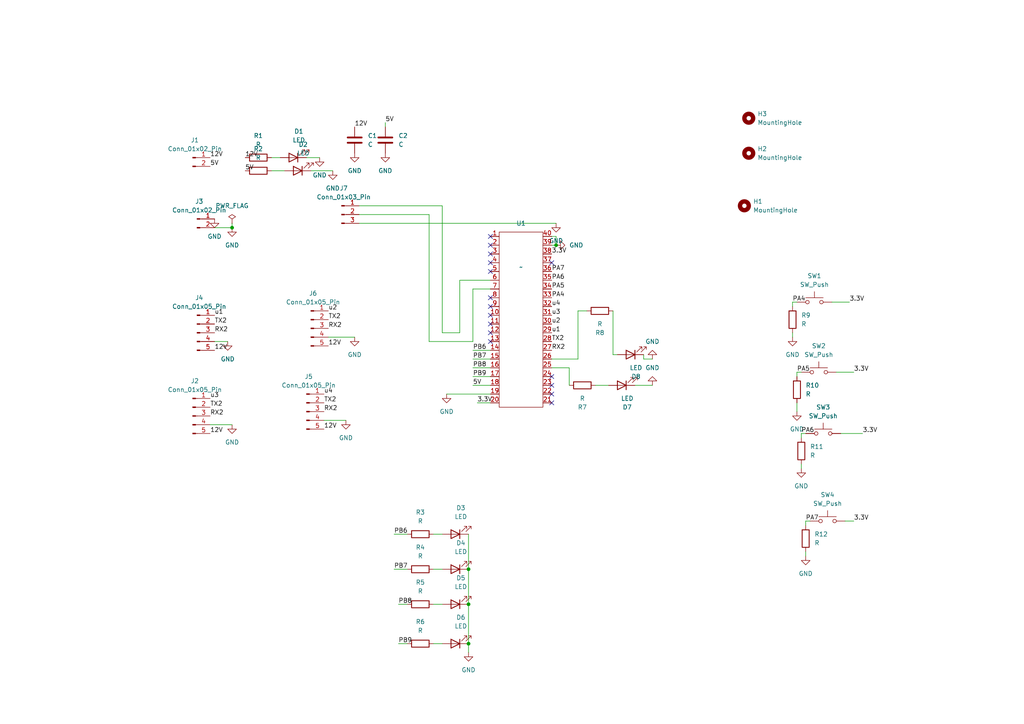
<source format=kicad_sch>
(kicad_sch (version 20230121) (generator eeschema)
  (paper "A4")
  (lib_symbols
    (symbol "Connector:Conn_01x02_Pin" (pin_names (offset 1.016) hide)
      (property "Reference" "J" (at 0 2.54 0))
      (property "Value" "Conn_01x02_Pin" (at 0 -5.08 0))
      (symbol "Conn_01x02_Pin_1_1"
        (polyline (pts (xy 1.27 -2.54) (xy 0.8636 -2.54)) (stroke (width 0.1524)))
        (polyline (pts (xy 1.27 0) (xy 0.8636 0)) (stroke (width 0.1524)))
        (rectangle (start 0.8636 -2.413) (end 0 -2.667) (stroke (width 0.1524)) (fill (type outline)))
        (rectangle (start 0.8636 0.127) (end 0 -0.127) (stroke (width 0.1524)) (fill (type outline)))
        (pin passive line (at 5.08 0 180) (length 3.81) (name "Pin_1") (number "1"))
        (pin passive line (at 5.08 -2.54 180) (length 3.81) (name "Pin_2") (number "2"))
      )
    )
    (symbol "Connector:Conn_01x03_Pin" (pin_names (offset 1.016) hide)
      (property "Reference" "J" (at 0 5.08 0))
      (property "Value" "Conn_01x03_Pin" (at 0 -5.08 0))
      (symbol "Conn_01x03_Pin_1_1"
        (polyline (pts (xy 1.27 -2.54) (xy 0.8636 -2.54)) (stroke (width 0.1524)))
        (polyline (pts (xy 1.27 0) (xy 0.8636 0)) (stroke (width 0.1524)))
        (polyline (pts (xy 1.27 2.54) (xy 0.8636 2.54)) (stroke (width 0.1524)))
        (rectangle (start 0.8636 -2.413) (end 0 -2.667) (stroke (width 0.1524)) (fill (type outline)))
        (rectangle (start 0.8636 0.127) (end 0 -0.127) (stroke (width 0.1524)) (fill (type outline)))
        (rectangle (start 0.8636 2.667) (end 0 2.413) (stroke (width 0.1524)) (fill (type outline)))
        (pin passive line (at 5.08 2.54 180) (length 3.81) (name "Pin_1") (number "1"))
        (pin passive line (at 5.08 0 180) (length 3.81) (name "Pin_2") (number "2"))
        (pin passive line (at 5.08 -2.54 180) (length 3.81) (name "Pin_3") (number "3"))
      )
    )
    (symbol "Connector:Conn_01x05_Pin" (pin_names (offset 1.016) hide)
      (property "Reference" "J" (at 0 7.62 0))
      (property "Value" "Conn_01x05_Pin" (at 0 -7.62 0))
      (symbol "Conn_01x05_Pin_1_1"
        (polyline (pts (xy 1.27 -5.08) (xy 0.8636 -5.08)) (stroke (width 0.1524)))
        (polyline (pts (xy 1.27 -2.54) (xy 0.8636 -2.54)) (stroke (width 0.1524)))
        (polyline (pts (xy 1.27 0) (xy 0.8636 0)) (stroke (width 0.1524)))
        (polyline (pts (xy 1.27 2.54) (xy 0.8636 2.54)) (stroke (width 0.1524)))
        (polyline (pts (xy 1.27 5.08) (xy 0.8636 5.08)) (stroke (width 0.1524)))
        (rectangle (start 0.8636 -4.953) (end 0 -5.207) (stroke (width 0.1524)) (fill (type outline)))
        (rectangle (start 0.8636 -2.413) (end 0 -2.667) (stroke (width 0.1524)) (fill (type outline)))
        (rectangle (start 0.8636 0.127) (end 0 -0.127) (stroke (width 0.1524)) (fill (type outline)))
        (rectangle (start 0.8636 2.667) (end 0 2.413) (stroke (width 0.1524)) (fill (type outline)))
        (rectangle (start 0.8636 5.207) (end 0 4.953) (stroke (width 0.1524)) (fill (type outline)))
        (pin passive line (at 5.08 5.08 180) (length 3.81) (name "Pin_1") (number "1"))
        (pin passive line (at 5.08 2.54 180) (length 3.81) (name "Pin_2") (number "2"))
        (pin passive line (at 5.08 0 180) (length 3.81) (name "Pin_3") (number "3"))
        (pin passive line (at 5.08 -2.54 180) (length 3.81) (name "Pin_4") (number "4"))
        (pin passive line (at 5.08 -5.08 180) (length 3.81) (name "Pin_5") (number "5"))
      )
    )
    (symbol "Device:C" (pin_numbers hide) (pin_names (offset 0.254))
      (property "Reference" "C" (at 0.635 2.54 0))
      (property "Value" "C" (at 0.635 -2.54 0))
      (symbol "C_0_1"
        (polyline (pts (xy -2.032 -0.762) (xy 2.032 -0.762)) (stroke (width 0.508)))
        (polyline (pts (xy -2.032 0.762) (xy 2.032 0.762)) (stroke (width 0.508)))
      )
      (symbol "C_1_1"
        (pin passive line (at 0 3.81 270) (length 2.794) (name "~") (number "1"))
        (pin passive line (at 0 -3.81 90) (length 2.794) (name "~") (number "2"))
      )
    )
    (symbol "Device:LED" (pin_numbers hide) (pin_names (offset 1.016) hide)
      (property "Reference" "D" (at 0 2.54 0))
      (property "Value" "LED" (at 0 -2.54 0))
      (symbol "LED_0_1"
        (polyline (pts (xy -1.27 -1.27) (xy -1.27 1.27)) (stroke (width 0.254)))
        (polyline (pts (xy -1.27 0) (xy 1.27 0)))
        (polyline (pts (xy 1.27 -1.27) (xy 1.27 1.27) (xy -1.27 0) (xy 1.27 -1.27)) (stroke (width 0.254)))
        (polyline (pts (xy -3.048 -0.762) (xy -4.572 -2.286) (xy -3.81 -2.286) (xy -4.572 -2.286) (xy -4.572 -1.524)))
        (polyline (pts (xy -1.778 -0.762) (xy -3.302 -2.286) (xy -2.54 -2.286) (xy -3.302 -2.286) (xy -3.302 -1.524)))
      )
      (symbol "LED_1_1"
        (pin passive line (at -3.81 0 0) (length 2.54) (name "K") (number "1"))
        (pin passive line (at 3.81 0 180) (length 2.54) (name "A") (number "2"))
      )
    )
    (symbol "Device:R" (pin_numbers hide) (pin_names (offset 0))
      (property "Reference" "R" (at 2.032 0 90))
      (property "Value" "R" (at 0 0 90))
      (symbol "R_0_1"
        (rectangle (start -1.016 -2.54) (end 1.016 2.54) (stroke (width 0.254)))
      )
      (symbol "R_1_1"
        (pin passive line (at 0 3.81 270) (length 1.27) (name "~") (number "1"))
        (pin passive line (at 0 -3.81 90) (length 1.27) (name "~") (number "2"))
      )
    )
    (symbol "Mechanical:MountingHole" (pin_names (offset 1.016))
      (property "Reference" "H" (at 0 5.08 0))
      (property "Value" "MountingHole" (at 0 3.175 0))
      (symbol "MountingHole_0_1"
        (circle (center 0 0) (radius 1.27) (stroke (width 1.27)))
      )
    )
    (symbol "Switch:SW_Push" (pin_numbers hide) (pin_names (offset 1.016) hide)
      (property "Reference" "SW" (at 1.27 2.54 0))
      (property "Value" "SW_Push" (at 0 -1.524 0))
      (symbol "SW_Push_0_1"
        (circle (center -2.032 0) (radius 0.508))
        (polyline (pts (xy 0 1.27) (xy 0 3.048)))
        (polyline (pts (xy 2.54 1.27) (xy -2.54 1.27)))
        (circle (center 2.032 0) (radius 0.508))
        (pin passive line (at -5.08 0 0) (length 2.54) (name "1") (number "1"))
        (pin passive line (at 5.08 0 180) (length 2.54) (name "2") (number "2"))
      )
    )
    (symbol "bluepill:U"
      (property "Reference" "U" (at 0 10.16 0))
      (symbol "U_0_1"
        (rectangle (start -6.35 10.16) (end 6.35 -40.64))
      )
      (symbol "U_1_1"
        (pin input line (at -8.89 8.89 0) (length 2.54) (name "") (number "1"))
        (pin input line (at -8.89 -13.97 0) (length 2.54) (name "") (number "10"))
        (pin input line (at -8.89 -16.51 0) (length 2.54) (name "") (number "11"))
        (pin input line (at -8.89 -19.05 0) (length 2.54) (name "") (number "12"))
        (pin input line (at -8.89 -21.59 0) (length 2.54) (name "") (number "13"))
        (pin input line (at -8.89 -24.13 0) (length 2.54) (name "") (number "14"))
        (pin input line (at -8.89 -26.67 0) (length 2.54) (name "") (number "15"))
        (pin input line (at -8.89 -29.21 0) (length 2.54) (name "") (number "16"))
        (pin input line (at -8.89 -31.75 0) (length 2.54) (name "") (number "17"))
        (pin input line (at -8.89 -34.29 0) (length 2.54) (name "") (number "18"))
        (pin input line (at -8.89 -36.83 0) (length 2.54) (name "") (number "19"))
        (pin input line (at -8.89 6.35 0) (length 2.54) (name "") (number "2"))
        (pin input line (at -8.89 -39.37 0) (length 2.54) (name "") (number "20"))
        (pin input line (at 8.89 -39.37 180) (length 2.54) (name "") (number "21"))
        (pin input line (at 8.89 -36.83 180) (length 2.54) (name "") (number "22"))
        (pin input line (at 8.89 -34.29 180) (length 2.54) (name "") (number "23"))
        (pin input line (at 8.89 -31.75 180) (length 2.54) (name "") (number "24"))
        (pin input line (at 8.89 -29.21 180) (length 2.54) (name "") (number "25"))
        (pin input line (at 8.89 -26.67 180) (length 2.54) (name "") (number "26"))
        (pin input line (at 8.89 -24.13 180) (length 2.54) (name "") (number "27"))
        (pin input line (at 8.89 -21.59 180) (length 2.54) (name "") (number "28"))
        (pin input line (at 8.89 -19.05 180) (length 2.54) (name "") (number "29"))
        (pin input line (at -8.89 3.81 0) (length 2.54) (name "") (number "3"))
        (pin input line (at 8.89 -16.51 180) (length 2.54) (name "") (number "30"))
        (pin input line (at 8.89 -13.97 180) (length 2.54) (name "") (number "31"))
        (pin input line (at 8.89 -11.43 180) (length 2.54) (name "") (number "32"))
        (pin input line (at 8.89 -8.89 180) (length 2.54) (name "") (number "33"))
        (pin input line (at 8.89 -6.35 180) (length 2.54) (name "") (number "34"))
        (pin input line (at 8.89 -3.81 180) (length 2.54) (name "") (number "35"))
        (pin input line (at 8.89 -1.27 180) (length 2.54) (name "") (number "36"))
        (pin input line (at 8.89 1.27 180) (length 2.54) (name "") (number "37"))
        (pin input line (at 8.89 3.81 180) (length 2.54) (name "") (number "38"))
        (pin input line (at 8.89 6.35 180) (length 2.54) (name "") (number "39"))
        (pin input line (at -8.89 1.27 0) (length 2.54) (name "") (number "4"))
        (pin input line (at 8.89 8.89 180) (length 2.54) (name "") (number "40"))
        (pin input line (at -8.89 -1.27 0) (length 2.54) (name "") (number "5"))
        (pin input line (at -8.89 -3.81 0) (length 2.54) (name "") (number "6"))
        (pin input line (at -8.89 -6.35 0) (length 2.54) (name "") (number "7"))
        (pin input line (at -8.89 -8.89 0) (length 2.54) (name "") (number "8"))
        (pin input line (at -8.89 -11.43 0) (length 2.54) (name "") (number "9"))
      )
    )
    (symbol "power:GND" (power) (pin_names (offset 0))
      (property "Value" "GND" (at 0 -3.81 0))
      (symbol "GND_0_1"
        (polyline (pts (xy 0 0) (xy 0 -1.27) (xy 1.27 -1.27) (xy 0 -2.54) (xy -1.27 -1.27) (xy 0 -1.27)))
      )
      (symbol "GND_1_1"
        (pin power_in line (at 0 0 270) (length 0) hide (name "GND") (number "1"))
      )
    )
    (symbol "power:PWR_FLAG" (power) (pin_numbers hide) (pin_names (offset 0) hide)
      (property "Value" "PWR_FLAG" (at 0 3.81 0))
      (symbol "PWR_FLAG_0_0"
        (pin power_out line (at 0 0 90) (length 0) (name "pwr") (number "1"))
      )
      (symbol "PWR_FLAG_0_1"
        (polyline (pts (xy 0 0) (xy 0 1.27) (xy -1.016 1.905) (xy 0 2.54) (xy 1.016 1.905) (xy 0 1.27)))
      )
    )
  )
  (junction (at 67.31 66.04))
  (junction (at 161.29 71.12))
  (junction (at 135.89 175.26))
  (junction (at 135.89 165.1))
  (junction (at 135.89 186.69))
  (no_connect (at 142.24 73.66))
  (no_connect (at 160.02 111.76))
  (no_connect (at 142.24 68.58))
  (no_connect (at 142.24 78.74))
  (no_connect (at 160.02 116.84))
  (no_connect (at 160.02 114.3))
  (no_connect (at 142.24 71.12))
  (no_connect (at 142.24 93.98))
  (no_connect (at 160.02 76.2))
  (no_connect (at 142.24 99.06))
  (no_connect (at 142.24 91.44))
  (no_connect (at 142.24 96.52))
  (no_connect (at 142.24 76.2))
  (no_connect (at 142.24 86.36))
  (no_connect (at 142.24 88.9))
  (no_connect (at 160.02 109.22))
  (wire (pts (xy 135.89 189.23) (xy 135.89 186.69)))
  (wire (pts (xy 102.87 97.79) (xy 95.25 97.79)))
  (wire (pts (xy 167.64 104.14) (xy 160.02 104.14)))
  (wire (pts (xy 246.38 87.63) (xy 241.3 87.63)))
  (wire (pts (xy 177.8 90.17) (xy 177.8 102.87)))
  (wire (pts (xy 114.3 154.94) (xy 118.11 154.94)))
  (wire (pts (xy 135.89 165.1) (xy 135.89 175.26)))
  (wire (pts (xy 82.55 49.53) (xy 78.74 49.53)))
  (wire (pts (xy 67.31 64.77) (xy 67.31 66.04)))
  (wire (pts (xy 125.73 154.94) (xy 128.27 154.94)))
  (wire (pts (xy 135.89 175.26) (xy 135.89 186.69)))
  (wire (pts (xy 233.68 161.29) (xy 233.68 160.02)))
  (wire (pts (xy 129.54 114.3) (xy 142.24 114.3)))
  (wire (pts (xy 234.95 151.13) (xy 233.68 151.13)))
  (wire (pts (xy 177.8 102.87) (xy 179.07 102.87)))
  (wire (pts (xy 128.27 59.69) (xy 128.27 96.52)))
  (wire (pts (xy 233.68 125.73) (xy 232.41 125.73)))
  (wire (pts (xy 137.16 106.68) (xy 142.24 106.68)))
  (wire (pts (xy 133.35 81.28) (xy 142.24 81.28)))
  (wire (pts (xy 128.27 96.52) (xy 133.35 96.52)))
  (wire (pts (xy 231.14 87.63) (xy 229.87 87.63)))
  (wire (pts (xy 167.64 90.17) (xy 167.64 104.14)))
  (wire (pts (xy 186.69 104.14) (xy 186.69 102.87)))
  (wire (pts (xy 124.46 99.06) (xy 137.16 99.06)))
  (wire (pts (xy 111.76 35.56) (xy 111.76 36.83)))
  (wire (pts (xy 137.16 101.6) (xy 142.24 101.6)))
  (wire (pts (xy 135.89 154.94) (xy 135.89 165.1)))
  (wire (pts (xy 165.1 111.76) (xy 165.1 106.68)))
  (wire (pts (xy 176.53 111.76) (xy 172.72 111.76)))
  (wire (pts (xy 125.73 175.26) (xy 128.27 175.26)))
  (wire (pts (xy 100.33 121.92) (xy 93.98 121.92)))
  (wire (pts (xy 133.35 96.52) (xy 133.35 81.28)))
  (wire (pts (xy 67.31 123.19) (xy 60.96 123.19)))
  (wire (pts (xy 137.16 83.82) (xy 142.24 83.82)))
  (wire (pts (xy 229.87 97.79) (xy 229.87 96.52)))
  (wire (pts (xy 160.02 71.12) (xy 161.29 71.12)))
  (wire (pts (xy 137.16 109.22) (xy 142.24 109.22)))
  (wire (pts (xy 104.14 64.77) (xy 161.29 64.77)))
  (wire (pts (xy 232.41 135.89) (xy 232.41 134.62)))
  (wire (pts (xy 81.28 45.72) (xy 78.74 45.72)))
  (wire (pts (xy 233.68 151.13) (xy 233.68 152.4)))
  (wire (pts (xy 114.3 165.1) (xy 118.11 165.1)))
  (wire (pts (xy 247.65 107.95) (xy 242.57 107.95)))
  (wire (pts (xy 92.71 45.72) (xy 88.9 45.72)))
  (wire (pts (xy 232.41 125.73) (xy 232.41 127)))
  (wire (pts (xy 137.16 104.14) (xy 142.24 104.14)))
  (wire (pts (xy 104.14 62.23) (xy 124.46 62.23)))
  (wire (pts (xy 104.14 59.69) (xy 128.27 59.69)))
  (wire (pts (xy 229.87 87.63) (xy 229.87 88.9)))
  (wire (pts (xy 137.16 99.06) (xy 137.16 83.82)))
  (wire (pts (xy 232.41 107.95) (xy 231.14 107.95)))
  (wire (pts (xy 186.69 104.14) (xy 189.23 104.14)))
  (wire (pts (xy 138.43 116.84) (xy 142.24 116.84)))
  (wire (pts (xy 161.29 71.12) (xy 161.29 68.58)))
  (wire (pts (xy 67.31 66.04) (xy 62.23 66.04)))
  (wire (pts (xy 189.23 111.76) (xy 184.15 111.76)))
  (wire (pts (xy 115.57 175.26) (xy 118.11 175.26)))
  (wire (pts (xy 161.29 68.58) (xy 160.02 68.58)))
  (wire (pts (xy 125.73 186.69) (xy 128.27 186.69)))
  (wire (pts (xy 124.46 62.23) (xy 124.46 99.06)))
  (wire (pts (xy 96.52 49.53) (xy 90.17 49.53)))
  (wire (pts (xy 125.73 165.1) (xy 128.27 165.1)))
  (wire (pts (xy 170.18 90.17) (xy 167.64 90.17)))
  (wire (pts (xy 137.16 111.76) (xy 142.24 111.76)))
  (wire (pts (xy 250.19 125.73) (xy 243.84 125.73)))
  (wire (pts (xy 115.57 186.69) (xy 118.11 186.69)))
  (wire (pts (xy 247.65 151.13) (xy 245.11 151.13)))
  (wire (pts (xy 66.04 99.06) (xy 62.23 99.06)))
  (wire (pts (xy 165.1 106.68) (xy 160.02 106.68)))
  (wire (pts (xy 231.14 107.95) (xy 231.14 109.22)))
  (wire (pts (xy 231.14 119.38) (xy 231.14 116.84)))
  (label "12V" (at 102.87 36.83 0))
  (label "5V" (at 137.16 111.76 0))
  (label "PB6" (at 114.3 154.94 0))
  (label "TX2" (at 62.23 93.98 0))
  (label "12V" (at 60.96 45.72 0))
  (label "RX2" (at 160.02 101.6 0))
  (label "u4" (at 160.02 88.9 0))
  (label "RX2" (at 93.98 119.38 0))
  (label "RX2" (at 95.25 95.25 0))
  (label "PA6" (at 160.02 81.28 0))
  (label "RX2" (at 62.23 96.52 0))
  (label "3.3V" (at 138.43 116.84 0))
  (label "12V" (at 71.12 45.72 0))
  (label "12V" (at 95.25 100.33 0))
  (label "u3" (at 60.96 115.57 0))
  (label "3.3V" (at 160.02 73.66 0))
  (label "u3" (at 160.02 91.44 0))
  (label "PB7" (at 114.3 165.1 0))
  (label "PA4" (at 229.87 87.63 0))
  (label "PA7" (at 233.68 151.13 0))
  (label "5V" (at 71.12 49.53 0))
  (label "3.3V" (at 247.65 151.13 0))
  (label "3.3V" (at 250.19 125.73 0))
  (label "5V" (at 60.96 48.26 0))
  (label "PB6" (at 137.16 101.6 0))
  (label "PA5" (at 160.02 83.82 0))
  (label "12V" (at 93.98 124.46 0))
  (label "TX2" (at 60.96 118.11 0))
  (label "TX2" (at 93.98 116.84 0))
  (label "3.3V" (at 246.38 87.63 0))
  (label "PA6" (at 232.41 125.73 0))
  (label "PB8" (at 115.57 175.26 0))
  (label "PA5" (at 231.14 107.95 0))
  (label "12V" (at 62.23 101.6 0))
  (label "TX2" (at 160.02 99.06 0))
  (label "3.3V" (at 247.65 107.95 0))
  (label "12V" (at 60.96 125.73 0))
  (label "PA4" (at 160.02 86.36 0))
  (label "u2" (at 95.25 90.17 0))
  (label "RX2" (at 60.96 120.65 0))
  (label "PA7" (at 160.02 78.74 0))
  (label "5V" (at 111.76 35.56 0))
  (label "u4" (at 93.98 114.3 0))
  (label "PB8" (at 137.16 106.68 0))
  (label "PB9" (at 137.16 109.22 0))
  (label "PB7" (at 137.16 104.14 0))
  (label "u2" (at 160.02 93.98 0))
  (label "TX2" (at 95.25 92.71 0))
  (label "u1" (at 62.23 91.44 0))
  (label "u1" (at 160.02 96.52 0))
  (label "PB9" (at 115.57 186.69 0))
  (symbol (lib_id "Switch:SW_Push") (at 238.76 125.73 0) (unit 1)
    (property "Reference" "SW3" (at 238.76 118.11 0))
    (property "Value" "SW_Push" (at 238.76 120.65 0))
    (property "Footprint" "MY_LIB:Push_Button" (effects hide))
  )
  (symbol (lib_id "Device:LED") (at 180.34 111.76 180) (unit 1)
    (property "Reference" "D7" (at 181.9275 118.11 0))
    (property "Value" "LED" (at 181.9275 115.57 0))
    (property "Footprint" "MY_LIB:LED_D3.0mm" (effects hide))
  )
  (symbol (lib_id "Connector:Conn_01x05_Pin") (at 55.88 120.65 0) (unit 1)
    (property "Reference" "J2" (at 56.515 110.49 0))
    (property "Value" "Conn_01x05_Pin" (at 56.515 113.03 0))
    (property "Footprint" "JST_1X05:jst_1x05" (effects hide))
  )
  (symbol (lib_id "bluepill:U") (at 151.13 77.47 0) (unit 1)
    (property "Reference" "U1" (at 151.13 64.77 0))
    (property "Value" "~" (at 151.13 77.47 0))
    (property "Footprint" "bluepill:bluepill" (effects hide))
  )
  (symbol (lib_id "Device:R") (at 74.93 49.53 90) (unit 1)
    (property "Reference" "R2" (at 74.93 43.18 90))
    (property "Value" "R" (at 74.93 45.72 90))
    (property "Footprint" "MY_LIB:Resistor_small" (effects hide))
  )
  (symbol (lib_id "power:GND") (at 92.71 45.72 0) (unit 1)
    (property "Reference" "#PWR0113" (effects hide))
    (property "Value" "GND" (at 92.71 50.8 0))
  )
  (symbol (lib_id "Mechanical:MountingHole") (at 217.17 34.29 0) (unit 1)
    (property "Reference" "H3" (at 219.71 33.02 0) (effects (justify left)))
    (property "Value" "MountingHole" (at 219.71 35.56 0) (effects (justify left)))
    (property "Footprint" "MountingHole:MountingHole_3mm" (effects hide))
  )
  (symbol (lib_id "power:GND") (at 67.31 66.04 0) (unit 1)
    (property "Reference" "#PWR0115" (effects hide))
    (property "Value" "GND" (at 67.31 71.12 0))
  )
  (symbol (lib_id "Device:R") (at 173.99 90.17 270) (unit 1)
    (property "Reference" "R8" (at 173.99 96.52 90))
    (property "Value" "R" (at 173.99 93.98 90))
    (property "Footprint" "MY_LIB:Resistor_small" (effects hide))
  )
  (symbol (lib_id "power:GND") (at 229.87 97.79 0) (unit 1)
    (property "Reference" "#PWR0105" (effects hide))
    (property "Value" "GND" (at 229.87 102.87 0))
  )
  (symbol (lib_id "Device:LED") (at 182.88 102.87 180) (unit 1)
    (property "Reference" "D8" (at 184.4675 109.22 0))
    (property "Value" "LED" (at 184.4675 106.68 0))
    (property "Footprint" "MY_LIB:LED_D3.0mm" (effects hide))
  )
  (symbol (lib_id "power:GND") (at 67.31 123.19 0) (unit 1)
    (property "Reference" "#PWR0117" (effects hide))
    (property "Value" "GND" (at 67.31 128.27 0))
  )
  (symbol (lib_id "power:GND") (at 135.89 189.23 0) (unit 1)
    (property "Reference" "#PWR0101" (effects hide))
    (property "Value" "GND" (at 135.89 194.31 0))
  )
  (symbol (lib_id "power:PWR_FLAG") (at 67.31 64.77 0) (unit 1)
    (property "Reference" "#FLG0101" (effects hide))
    (property "Value" "PWR_FLAG" (at 67.31 59.69 0))
  )
  (symbol (lib_id "power:GND") (at 96.52 49.53 0) (unit 1)
    (property "Reference" "#PWR0114" (effects hide))
    (property "Value" "GND" (at 96.52 54.61 0))
  )
  (symbol (lib_id "power:GND") (at 102.87 97.79 0) (unit 1)
    (property "Reference" "#PWR0119" (effects hide))
    (property "Value" "GND" (at 102.87 102.87 0))
  )
  (symbol (lib_id "Device:LED") (at 86.36 49.53 180) (unit 1)
    (property "Reference" "D2" (at 87.9475 41.91 0))
    (property "Value" "LED" (at 87.9475 44.45 0))
    (property "Footprint" "MY_LIB:LED_D3.0mm" (effects hide))
  )
  (symbol (lib_id "Device:R") (at 121.92 165.1 90) (unit 1)
    (property "Reference" "R4" (at 121.92 158.75 90))
    (property "Value" "R" (at 121.92 161.29 90))
    (property "Footprint" "MY_LIB:Resistor_small" (effects hide))
  )
  (symbol (lib_id "Switch:SW_Push") (at 240.03 151.13 0) (unit 1)
    (property "Reference" "SW4" (at 240.03 143.51 0))
    (property "Value" "SW_Push" (at 240.03 146.05 0))
    (property "Footprint" "MY_LIB:Push_Button" (effects hide))
  )
  (symbol (lib_id "Device:C") (at 102.87 40.64 0) (unit 1)
    (property "Reference" "C1" (at 106.68 39.37 0) (effects (justify left)))
    (property "Value" "C" (at 106.68 41.91 0) (effects (justify left)))
    (property "Footprint" "MY_LIB:Capacitor_10uF" (effects hide))
  )
  (symbol (lib_id "Device:LED") (at 132.08 154.94 180) (unit 1)
    (property "Reference" "D3" (at 133.6675 147.32 0))
    (property "Value" "LED" (at 133.6675 149.86 0))
    (property "Footprint" "MY_LIB:LED_D3.0mm" (effects hide))
  )
  (symbol (lib_id "Device:R") (at 121.92 175.26 90) (unit 1)
    (property "Reference" "R5" (at 121.92 168.91 90))
    (property "Value" "R" (at 121.92 171.45 90))
    (property "Footprint" "MY_LIB:Resistor_small" (effects hide))
  )
  (symbol (lib_id "Device:R") (at 229.87 92.71 0) (unit 1)
    (property "Reference" "R9" (at 232.41 91.44 0) (effects (justify left)))
    (property "Value" "R" (at 232.41 93.98 0) (effects (justify left)))
    (property "Footprint" "MY_LIB:Resistor_small" (effects hide))
  )
  (symbol (lib_id "power:GND") (at 102.87 44.45 0) (unit 1)
    (property "Reference" "#PWR0111" (effects hide))
    (property "Value" "GND" (at 102.87 49.53 0))
  )
  (symbol (lib_id "power:GND") (at 232.41 135.89 0) (unit 1)
    (property "Reference" "#PWR0104" (effects hide))
    (property "Value" "GND" (at 232.41 140.97 0))
  )
  (symbol (lib_id "Switch:SW_Push") (at 237.49 107.95 0) (unit 1)
    (property "Reference" "SW2" (at 237.49 100.33 0))
    (property "Value" "SW_Push" (at 237.49 102.87 0))
    (property "Footprint" "MY_LIB:Push_Button" (effects hide))
  )
  (symbol (lib_id "power:GND") (at 100.33 121.92 0) (unit 1)
    (property "Reference" "#PWR0118" (effects hide))
    (property "Value" "GND" (at 100.33 127 0))
  )
  (symbol (lib_id "power:GND") (at 189.23 111.76 180) (unit 1)
    (property "Reference" "#PWR0106" (effects hide))
    (property "Value" "GND" (at 189.23 106.68 0))
  )
  (symbol (lib_id "Connector:Conn_01x05_Pin") (at 57.15 96.52 0) (unit 1)
    (property "Reference" "J4" (at 57.785 86.36 0))
    (property "Value" "Conn_01x05_Pin" (at 57.785 88.9 0))
    (property "Footprint" "JST_1X05:jst_1x05" (effects hide))
  )
  (symbol (lib_id "Mechanical:MountingHole") (at 217.17 44.45 0) (unit 1)
    (property "Reference" "H2" (at 219.71 43.18 0) (effects (justify left)))
    (property "Value" "MountingHole" (at 219.71 45.72 0) (effects (justify left)))
    (property "Footprint" "MountingHole:MountingHole_3mm" (effects hide))
  )
  (symbol (lib_id "power:GND") (at 111.76 44.45 0) (unit 1)
    (property "Reference" "#PWR0110" (effects hide))
    (property "Value" "GND" (at 111.76 49.53 0))
  )
  (symbol (lib_id "Device:R") (at 121.92 154.94 90) (unit 1)
    (property "Reference" "R3" (at 121.92 148.59 90))
    (property "Value" "R" (at 121.92 151.13 90))
    (property "Footprint" "MY_LIB:Resistor_small" (effects hide))
  )
  (symbol (lib_id "Connector:Conn_01x02_Pin") (at 55.88 45.72 0) (unit 1)
    (property "Reference" "J1" (at 56.515 40.64 0))
    (property "Value" "Conn_01x02_Pin" (at 56.515 43.18 0))
    (property "Footprint" "MY_LIB:Connector_Bornier_2" (effects hide))
  )
  (symbol (lib_id "Mechanical:MountingHole") (at 215.9 59.69 0) (unit 1)
    (property "Reference" "H1" (at 218.44 58.42 0) (effects (justify left)))
    (property "Value" "MountingHole" (at 218.44 60.96 0) (effects (justify left)))
    (property "Footprint" "MountingHole:MountingHole_3mm" (effects hide))
  )
  (symbol (lib_id "Device:LED") (at 132.08 165.1 180) (unit 1)
    (property "Reference" "D4" (at 133.6675 157.48 0))
    (property "Value" "LED" (at 133.6675 160.02 0))
    (property "Footprint" "MY_LIB:LED_D3.0mm" (effects hide))
  )
  (symbol (lib_id "Connector:Conn_01x02_Pin") (at 57.15 63.5 0) (unit 1)
    (property "Reference" "J3" (at 57.785 58.42 0))
    (property "Value" "Conn_01x02_Pin" (at 57.785 60.96 0))
    (property "Footprint" "MY_LIB:Connector_Bornier_2" (effects hide))
  )
  (symbol (lib_id "power:GND") (at 161.29 64.77 0) (unit 1)
    (property "Reference" "#PWR0109" (effects hide))
    (property "Value" "GND" (at 161.29 69.85 0))
  )
  (symbol (lib_id "Device:R") (at 121.92 186.69 90) (unit 1)
    (property "Reference" "R6" (at 121.92 180.34 90))
    (property "Value" "R" (at 121.92 182.88 90))
    (property "Footprint" "MY_LIB:Resistor_small" (effects hide))
  )
  (symbol (lib_id "Device:LED") (at 132.08 186.69 180) (unit 1)
    (property "Reference" "D6" (at 133.6675 179.07 0))
    (property "Value" "LED" (at 133.6675 181.61 0))
    (property "Footprint" "MY_LIB:LED_D3.0mm" (effects hide))
  )
  (symbol (lib_id "power:GND") (at 129.54 114.3 0) (unit 1)
    (property "Reference" "#PWR01" (effects hide))
    (property "Value" "GND" (at 129.54 119.38 0))
  )
  (symbol (lib_id "Device:LED") (at 132.08 175.26 180) (unit 1)
    (property "Reference" "D5" (at 133.6675 167.64 0))
    (property "Value" "LED" (at 133.6675 170.18 0))
    (property "Footprint" "MY_LIB:LED_D3.0mm" (effects hide))
  )
  (symbol (lib_id "power:GND") (at 233.68 161.29 0) (unit 1)
    (property "Reference" "#PWR0102" (effects hide))
    (property "Value" "GND" (at 233.68 166.37 0))
  )
  (symbol (lib_id "Device:R") (at 233.68 156.21 0) (unit 1)
    (property "Reference" "R12" (at 236.22 154.94 0) (effects (justify left)))
    (property "Value" "R" (at 236.22 157.48 0) (effects (justify left)))
    (property "Footprint" "MY_LIB:Resistor_small" (effects hide))
  )
  (symbol (lib_id "Switch:SW_Push") (at 236.22 87.63 0) (unit 1)
    (property "Reference" "SW1" (at 236.22 80.01 0))
    (property "Value" "SW_Push" (at 236.22 82.55 0))
    (property "Footprint" "MY_LIB:Push_Button" (effects hide))
  )
  (symbol (lib_id "Device:R") (at 232.41 130.81 0) (unit 1)
    (property "Reference" "R11" (at 234.95 129.54 0) (effects (justify left)))
    (property "Value" "R" (at 234.95 132.08 0) (effects (justify left)))
    (property "Footprint" "MY_LIB:Resistor_small" (effects hide))
  )
  (symbol (lib_id "power:GND") (at 231.14 119.38 0) (unit 1)
    (property "Reference" "#PWR0103" (effects hide))
    (property "Value" "GND" (at 231.14 124.46 0))
  )
  (symbol (lib_id "Connector:Conn_01x05_Pin") (at 90.17 95.25 0) (unit 1)
    (property "Reference" "J6" (at 90.805 85.09 0))
    (property "Value" "Conn_01x05_Pin" (at 90.805 87.63 0))
    (property "Footprint" "JST_1X05:jst_1x05" (effects hide))
  )
  (symbol (lib_id "power:GND") (at 62.23 63.5 0) (unit 1)
    (property "Reference" "#PWR0112" (effects hide))
    (property "Value" "GND" (at 62.23 68.58 0))
  )
  (symbol (lib_id "Device:R") (at 168.91 111.76 270) (unit 1)
    (property "Reference" "R7" (at 168.91 118.11 90))
    (property "Value" "R" (at 168.91 115.57 90))
    (property "Footprint" "MY_LIB:Resistor_small" (effects hide))
  )
  (symbol (lib_id "Device:LED") (at 85.09 45.72 180) (unit 1)
    (property "Reference" "D1" (at 86.6775 38.1 0))
    (property "Value" "LED" (at 86.6775 40.64 0))
    (property "Footprint" "MY_LIB:LED_D3.0mm" (effects hide))
  )
  (symbol (lib_id "Device:R") (at 231.14 113.03 0) (unit 1)
    (property "Reference" "R10" (at 233.68 111.76 0) (effects (justify left)))
    (property "Value" "R" (at 233.68 114.3 0) (effects (justify left)))
    (property "Footprint" "MY_LIB:Resistor_small" (effects hide))
  )
  (symbol (lib_id "Device:R") (at 74.93 45.72 90) (unit 1)
    (property "Reference" "R1" (at 74.93 39.37 90))
    (property "Value" "R" (at 74.93 41.91 90))
    (property "Footprint" "MY_LIB:Resistor_small" (effects hide))
  )
  (symbol (lib_id "Connector:Conn_01x05_Pin") (at 88.9 119.38 0) (unit 1)
    (property "Reference" "J5" (at 89.535 109.22 0))
    (property "Value" "Conn_01x05_Pin" (at 89.535 111.76 0))
    (property "Footprint" "JST_1X05:jst_1x05" (effects hide))
  )
  (symbol (lib_id "power:GND") (at 189.23 104.14 180) (unit 1)
    (property "Reference" "#PWR0107" (effects hide))
    (property "Value" "GND" (at 189.23 99.06 0))
  )
  (symbol (lib_id "Connector:Conn_01x03_Pin") (at 99.06 62.23 0) (unit 1)
    (property "Reference" "J7" (at 99.695 54.61 0))
    (property "Value" "Conn_01x03_Pin" (at 99.695 57.15 0))
    (property "Footprint" "JST_1x03:jst_1x03" (effects hide))
  )
  (symbol (lib_id "power:GND") (at 66.04 99.06 0) (unit 1)
    (property "Reference" "#PWR0116" (effects hide))
    (property "Value" "GND" (at 66.04 104.14 0))
  )
  (symbol (lib_id "power:GND") (at 161.29 71.12 90) (unit 1)
    (property "Reference" "#PWR0108" (effects hide))
    (property "Value" "GND" (at 165.1 71.12 90) (effects (justify right)))
  )
  (symbol (lib_id "Device:C") (at 111.76 40.64 0) (unit 1)
    (property "Reference" "C2" (at 115.57 39.37 0) (effects (justify left)))
    (property "Value" "C" (at 115.57 41.91 0) (effects (justify left)))
    (property "Footprint" "MY_LIB:Capacitor_10uF" (effects hide))
  )
)
</source>
